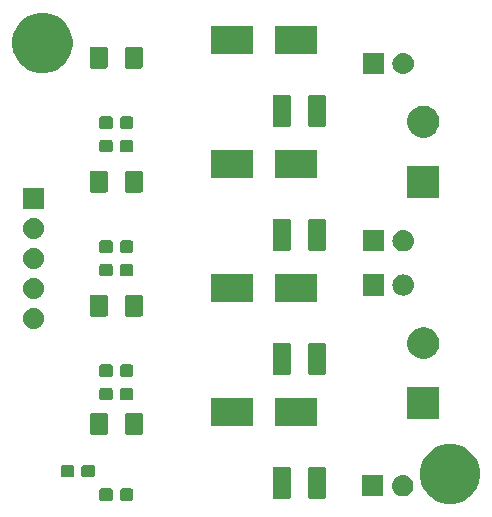
<source format=gbr>
G04 #@! TF.GenerationSoftware,KiCad,Pcbnew,(5.0.2)-1*
G04 #@! TF.CreationDate,2019-03-31T11:50:41+03:00*
G04 #@! TF.ProjectId,pwm_led_controller,70776d5f-6c65-4645-9f63-6f6e74726f6c,rev?*
G04 #@! TF.SameCoordinates,Original*
G04 #@! TF.FileFunction,Soldermask,Bot*
G04 #@! TF.FilePolarity,Negative*
%FSLAX46Y46*%
G04 Gerber Fmt 4.6, Leading zero omitted, Abs format (unit mm)*
G04 Created by KiCad (PCBNEW (5.0.2)-1) date 31.03.2019 11:50:41*
%MOMM*%
%LPD*%
G01*
G04 APERTURE LIST*
%ADD10C,0.100000*%
G04 APERTURE END LIST*
D10*
G36*
X137493807Y-87797995D02*
X137493809Y-87797996D01*
X137493810Y-87797996D01*
X137957878Y-87990220D01*
X138375530Y-88269286D01*
X138730714Y-88624470D01*
X138730715Y-88624472D01*
X139009780Y-89042122D01*
X139189085Y-89475000D01*
X139202005Y-89506193D01*
X139300000Y-89998847D01*
X139300000Y-90501153D01*
X139219885Y-90903919D01*
X139202004Y-90993810D01*
X139168966Y-91073571D01*
X139009780Y-91457878D01*
X138730714Y-91875530D01*
X138375530Y-92230714D01*
X138131701Y-92393635D01*
X137957878Y-92509780D01*
X137493810Y-92702004D01*
X137493809Y-92702004D01*
X137493807Y-92702005D01*
X137001153Y-92800000D01*
X136498847Y-92800000D01*
X136006193Y-92702005D01*
X136006191Y-92702004D01*
X136006190Y-92702004D01*
X135542122Y-92509780D01*
X135368299Y-92393635D01*
X135124470Y-92230714D01*
X134769286Y-91875530D01*
X134490220Y-91457878D01*
X134331034Y-91073571D01*
X134297996Y-90993810D01*
X134280116Y-90903919D01*
X134200000Y-90501153D01*
X134200000Y-89998847D01*
X134297995Y-89506193D01*
X134310916Y-89475000D01*
X134490220Y-89042122D01*
X134769285Y-88624472D01*
X134769286Y-88624470D01*
X135124470Y-88269286D01*
X135542122Y-87990220D01*
X136006190Y-87797996D01*
X136006191Y-87797996D01*
X136006193Y-87797995D01*
X136498847Y-87700000D01*
X137001153Y-87700000D01*
X137493807Y-87797995D01*
X137493807Y-87797995D01*
G37*
G36*
X109778861Y-91479557D02*
X109818635Y-91491623D01*
X109855292Y-91511216D01*
X109887418Y-91537582D01*
X109913784Y-91569708D01*
X109933377Y-91606365D01*
X109945443Y-91646139D01*
X109950000Y-91692408D01*
X109950000Y-92307592D01*
X109945443Y-92353861D01*
X109933377Y-92393635D01*
X109913784Y-92430292D01*
X109887418Y-92462418D01*
X109855292Y-92488784D01*
X109818635Y-92508377D01*
X109778861Y-92520443D01*
X109732592Y-92525000D01*
X109017408Y-92525000D01*
X108971139Y-92520443D01*
X108931365Y-92508377D01*
X108894708Y-92488784D01*
X108862582Y-92462418D01*
X108836216Y-92430292D01*
X108816623Y-92393635D01*
X108804557Y-92353861D01*
X108800000Y-92307592D01*
X108800000Y-91692408D01*
X108804557Y-91646139D01*
X108816623Y-91606365D01*
X108836216Y-91569708D01*
X108862582Y-91537582D01*
X108894708Y-91511216D01*
X108931365Y-91491623D01*
X108971139Y-91479557D01*
X109017408Y-91475000D01*
X109732592Y-91475000D01*
X109778861Y-91479557D01*
X109778861Y-91479557D01*
G37*
G36*
X108028861Y-91479557D02*
X108068635Y-91491623D01*
X108105292Y-91511216D01*
X108137418Y-91537582D01*
X108163784Y-91569708D01*
X108183377Y-91606365D01*
X108195443Y-91646139D01*
X108200000Y-91692408D01*
X108200000Y-92307592D01*
X108195443Y-92353861D01*
X108183377Y-92393635D01*
X108163784Y-92430292D01*
X108137418Y-92462418D01*
X108105292Y-92488784D01*
X108068635Y-92508377D01*
X108028861Y-92520443D01*
X107982592Y-92525000D01*
X107267408Y-92525000D01*
X107221139Y-92520443D01*
X107181365Y-92508377D01*
X107144708Y-92488784D01*
X107112582Y-92462418D01*
X107086216Y-92430292D01*
X107066623Y-92393635D01*
X107054557Y-92353861D01*
X107050000Y-92307592D01*
X107050000Y-91692408D01*
X107054557Y-91646139D01*
X107066623Y-91606365D01*
X107086216Y-91569708D01*
X107112582Y-91537582D01*
X107144708Y-91511216D01*
X107181365Y-91491623D01*
X107221139Y-91479557D01*
X107267408Y-91475000D01*
X107982592Y-91475000D01*
X108028861Y-91479557D01*
X108028861Y-91479557D01*
G37*
G36*
X123111805Y-89629368D02*
X123149723Y-89640870D01*
X123184678Y-89659554D01*
X123215308Y-89684692D01*
X123240446Y-89715322D01*
X123259130Y-89750277D01*
X123270632Y-89788195D01*
X123275000Y-89832540D01*
X123275000Y-92167460D01*
X123270632Y-92211805D01*
X123259130Y-92249723D01*
X123240446Y-92284678D01*
X123215308Y-92315308D01*
X123184678Y-92340446D01*
X123149723Y-92359130D01*
X123111805Y-92370632D01*
X123067460Y-92375000D01*
X121957540Y-92375000D01*
X121913195Y-92370632D01*
X121875277Y-92359130D01*
X121840322Y-92340446D01*
X121809692Y-92315308D01*
X121784554Y-92284678D01*
X121765870Y-92249723D01*
X121754368Y-92211805D01*
X121750000Y-92167460D01*
X121750000Y-89832540D01*
X121754368Y-89788195D01*
X121765870Y-89750277D01*
X121784554Y-89715322D01*
X121809692Y-89684692D01*
X121840322Y-89659554D01*
X121875277Y-89640870D01*
X121913195Y-89629368D01*
X121957540Y-89625000D01*
X123067460Y-89625000D01*
X123111805Y-89629368D01*
X123111805Y-89629368D01*
G37*
G36*
X126086805Y-89629368D02*
X126124723Y-89640870D01*
X126159678Y-89659554D01*
X126190308Y-89684692D01*
X126215446Y-89715322D01*
X126234130Y-89750277D01*
X126245632Y-89788195D01*
X126250000Y-89832540D01*
X126250000Y-92167460D01*
X126245632Y-92211805D01*
X126234130Y-92249723D01*
X126215446Y-92284678D01*
X126190308Y-92315308D01*
X126159678Y-92340446D01*
X126124723Y-92359130D01*
X126086805Y-92370632D01*
X126042460Y-92375000D01*
X124932540Y-92375000D01*
X124888195Y-92370632D01*
X124850277Y-92359130D01*
X124815322Y-92340446D01*
X124784692Y-92315308D01*
X124759554Y-92284678D01*
X124740870Y-92249723D01*
X124729368Y-92211805D01*
X124725000Y-92167460D01*
X124725000Y-89832540D01*
X124729368Y-89788195D01*
X124740870Y-89750277D01*
X124759554Y-89715322D01*
X124784692Y-89684692D01*
X124815322Y-89659554D01*
X124850277Y-89640870D01*
X124888195Y-89629368D01*
X124932540Y-89625000D01*
X126042460Y-89625000D01*
X126086805Y-89629368D01*
X126086805Y-89629368D01*
G37*
G36*
X131110000Y-92150000D02*
X129310000Y-92150000D01*
X129310000Y-90350000D01*
X131110000Y-90350000D01*
X131110000Y-92150000D01*
X131110000Y-92150000D01*
G37*
G36*
X132926429Y-90363022D02*
X133096081Y-90414486D01*
X133252434Y-90498058D01*
X133389475Y-90610525D01*
X133501942Y-90747566D01*
X133585514Y-90903919D01*
X133636978Y-91073571D01*
X133654355Y-91250000D01*
X133636978Y-91426429D01*
X133585514Y-91596081D01*
X133501942Y-91752434D01*
X133389475Y-91889475D01*
X133252434Y-92001942D01*
X133096081Y-92085514D01*
X132926429Y-92136978D01*
X132794212Y-92150000D01*
X132705788Y-92150000D01*
X132573571Y-92136978D01*
X132403919Y-92085514D01*
X132247566Y-92001942D01*
X132110525Y-91889475D01*
X131998058Y-91752434D01*
X131914486Y-91596081D01*
X131863022Y-91426429D01*
X131845645Y-91250000D01*
X131863022Y-91073571D01*
X131914486Y-90903919D01*
X131998058Y-90747566D01*
X132110525Y-90610525D01*
X132247566Y-90498058D01*
X132403919Y-90414486D01*
X132573571Y-90363022D01*
X132705788Y-90350000D01*
X132794212Y-90350000D01*
X132926429Y-90363022D01*
X132926429Y-90363022D01*
G37*
G36*
X106528861Y-89479557D02*
X106568635Y-89491623D01*
X106605292Y-89511216D01*
X106637418Y-89537582D01*
X106663784Y-89569708D01*
X106683377Y-89606365D01*
X106695443Y-89646139D01*
X106700000Y-89692408D01*
X106700000Y-90307592D01*
X106695443Y-90353861D01*
X106683377Y-90393635D01*
X106663784Y-90430292D01*
X106637418Y-90462418D01*
X106605292Y-90488784D01*
X106568635Y-90508377D01*
X106528861Y-90520443D01*
X106482592Y-90525000D01*
X105767408Y-90525000D01*
X105721139Y-90520443D01*
X105681365Y-90508377D01*
X105644708Y-90488784D01*
X105612582Y-90462418D01*
X105586216Y-90430292D01*
X105566623Y-90393635D01*
X105554557Y-90353861D01*
X105550000Y-90307592D01*
X105550000Y-89692408D01*
X105554557Y-89646139D01*
X105566623Y-89606365D01*
X105586216Y-89569708D01*
X105612582Y-89537582D01*
X105644708Y-89511216D01*
X105681365Y-89491623D01*
X105721139Y-89479557D01*
X105767408Y-89475000D01*
X106482592Y-89475000D01*
X106528861Y-89479557D01*
X106528861Y-89479557D01*
G37*
G36*
X104778861Y-89479557D02*
X104818635Y-89491623D01*
X104855292Y-89511216D01*
X104887418Y-89537582D01*
X104913784Y-89569708D01*
X104933377Y-89606365D01*
X104945443Y-89646139D01*
X104950000Y-89692408D01*
X104950000Y-90307592D01*
X104945443Y-90353861D01*
X104933377Y-90393635D01*
X104913784Y-90430292D01*
X104887418Y-90462418D01*
X104855292Y-90488784D01*
X104818635Y-90508377D01*
X104778861Y-90520443D01*
X104732592Y-90525000D01*
X104017408Y-90525000D01*
X103971139Y-90520443D01*
X103931365Y-90508377D01*
X103894708Y-90488784D01*
X103862582Y-90462418D01*
X103836216Y-90430292D01*
X103816623Y-90393635D01*
X103804557Y-90353861D01*
X103800000Y-90307592D01*
X103800000Y-89692408D01*
X103804557Y-89646139D01*
X103816623Y-89606365D01*
X103836216Y-89569708D01*
X103862582Y-89537582D01*
X103894708Y-89511216D01*
X103931365Y-89491623D01*
X103971139Y-89479557D01*
X104017408Y-89475000D01*
X104732592Y-89475000D01*
X104778861Y-89479557D01*
X104778861Y-89479557D01*
G37*
G36*
X110586805Y-85079368D02*
X110624723Y-85090870D01*
X110659678Y-85109554D01*
X110690308Y-85134692D01*
X110715446Y-85165322D01*
X110734130Y-85200277D01*
X110745632Y-85238195D01*
X110750000Y-85282540D01*
X110750000Y-86717460D01*
X110745632Y-86761805D01*
X110734130Y-86799723D01*
X110715446Y-86834678D01*
X110690308Y-86865308D01*
X110659678Y-86890446D01*
X110624723Y-86909130D01*
X110586805Y-86920632D01*
X110542460Y-86925000D01*
X109432540Y-86925000D01*
X109388195Y-86920632D01*
X109350277Y-86909130D01*
X109315322Y-86890446D01*
X109284692Y-86865308D01*
X109259554Y-86834678D01*
X109240870Y-86799723D01*
X109229368Y-86761805D01*
X109225000Y-86717460D01*
X109225000Y-85282540D01*
X109229368Y-85238195D01*
X109240870Y-85200277D01*
X109259554Y-85165322D01*
X109284692Y-85134692D01*
X109315322Y-85109554D01*
X109350277Y-85090870D01*
X109388195Y-85079368D01*
X109432540Y-85075000D01*
X110542460Y-85075000D01*
X110586805Y-85079368D01*
X110586805Y-85079368D01*
G37*
G36*
X107611805Y-85079368D02*
X107649723Y-85090870D01*
X107684678Y-85109554D01*
X107715308Y-85134692D01*
X107740446Y-85165322D01*
X107759130Y-85200277D01*
X107770632Y-85238195D01*
X107775000Y-85282540D01*
X107775000Y-86717460D01*
X107770632Y-86761805D01*
X107759130Y-86799723D01*
X107740446Y-86834678D01*
X107715308Y-86865308D01*
X107684678Y-86890446D01*
X107649723Y-86909130D01*
X107611805Y-86920632D01*
X107567460Y-86925000D01*
X106457540Y-86925000D01*
X106413195Y-86920632D01*
X106375277Y-86909130D01*
X106340322Y-86890446D01*
X106309692Y-86865308D01*
X106284554Y-86834678D01*
X106265870Y-86799723D01*
X106254368Y-86761805D01*
X106250000Y-86717460D01*
X106250000Y-85282540D01*
X106254368Y-85238195D01*
X106265870Y-85200277D01*
X106284554Y-85165322D01*
X106309692Y-85134692D01*
X106340322Y-85109554D01*
X106375277Y-85090870D01*
X106413195Y-85079368D01*
X106457540Y-85075000D01*
X107567460Y-85075000D01*
X107611805Y-85079368D01*
X107611805Y-85079368D01*
G37*
G36*
X125500000Y-86200000D02*
X121900000Y-86200000D01*
X121900000Y-83800000D01*
X125500000Y-83800000D01*
X125500000Y-86200000D01*
X125500000Y-86200000D01*
G37*
G36*
X120100000Y-86200000D02*
X116500000Y-86200000D01*
X116500000Y-83800000D01*
X120100000Y-83800000D01*
X120100000Y-86200000D01*
X120100000Y-86200000D01*
G37*
G36*
X135850000Y-85600000D02*
X133150000Y-85600000D01*
X133150000Y-82900000D01*
X135850000Y-82900000D01*
X135850000Y-85600000D01*
X135850000Y-85600000D01*
G37*
G36*
X108028861Y-82979557D02*
X108068635Y-82991623D01*
X108105292Y-83011216D01*
X108137418Y-83037582D01*
X108163784Y-83069708D01*
X108183377Y-83106365D01*
X108195443Y-83146139D01*
X108200000Y-83192408D01*
X108200000Y-83807592D01*
X108195443Y-83853861D01*
X108183377Y-83893635D01*
X108163784Y-83930292D01*
X108137418Y-83962418D01*
X108105292Y-83988784D01*
X108068635Y-84008377D01*
X108028861Y-84020443D01*
X107982592Y-84025000D01*
X107267408Y-84025000D01*
X107221139Y-84020443D01*
X107181365Y-84008377D01*
X107144708Y-83988784D01*
X107112582Y-83962418D01*
X107086216Y-83930292D01*
X107066623Y-83893635D01*
X107054557Y-83853861D01*
X107050000Y-83807592D01*
X107050000Y-83192408D01*
X107054557Y-83146139D01*
X107066623Y-83106365D01*
X107086216Y-83069708D01*
X107112582Y-83037582D01*
X107144708Y-83011216D01*
X107181365Y-82991623D01*
X107221139Y-82979557D01*
X107267408Y-82975000D01*
X107982592Y-82975000D01*
X108028861Y-82979557D01*
X108028861Y-82979557D01*
G37*
G36*
X109778861Y-82979557D02*
X109818635Y-82991623D01*
X109855292Y-83011216D01*
X109887418Y-83037582D01*
X109913784Y-83069708D01*
X109933377Y-83106365D01*
X109945443Y-83146139D01*
X109950000Y-83192408D01*
X109950000Y-83807592D01*
X109945443Y-83853861D01*
X109933377Y-83893635D01*
X109913784Y-83930292D01*
X109887418Y-83962418D01*
X109855292Y-83988784D01*
X109818635Y-84008377D01*
X109778861Y-84020443D01*
X109732592Y-84025000D01*
X109017408Y-84025000D01*
X108971139Y-84020443D01*
X108931365Y-84008377D01*
X108894708Y-83988784D01*
X108862582Y-83962418D01*
X108836216Y-83930292D01*
X108816623Y-83893635D01*
X108804557Y-83853861D01*
X108800000Y-83807592D01*
X108800000Y-83192408D01*
X108804557Y-83146139D01*
X108816623Y-83106365D01*
X108836216Y-83069708D01*
X108862582Y-83037582D01*
X108894708Y-83011216D01*
X108931365Y-82991623D01*
X108971139Y-82979557D01*
X109017408Y-82975000D01*
X109732592Y-82975000D01*
X109778861Y-82979557D01*
X109778861Y-82979557D01*
G37*
G36*
X109778861Y-80979557D02*
X109818635Y-80991623D01*
X109855292Y-81011216D01*
X109887418Y-81037582D01*
X109913784Y-81069708D01*
X109933377Y-81106365D01*
X109945443Y-81146139D01*
X109950000Y-81192408D01*
X109950000Y-81807592D01*
X109945443Y-81853861D01*
X109933377Y-81893635D01*
X109913784Y-81930292D01*
X109887418Y-81962418D01*
X109855292Y-81988784D01*
X109818635Y-82008377D01*
X109778861Y-82020443D01*
X109732592Y-82025000D01*
X109017408Y-82025000D01*
X108971139Y-82020443D01*
X108931365Y-82008377D01*
X108894708Y-81988784D01*
X108862582Y-81962418D01*
X108836216Y-81930292D01*
X108816623Y-81893635D01*
X108804557Y-81853861D01*
X108800000Y-81807592D01*
X108800000Y-81192408D01*
X108804557Y-81146139D01*
X108816623Y-81106365D01*
X108836216Y-81069708D01*
X108862582Y-81037582D01*
X108894708Y-81011216D01*
X108931365Y-80991623D01*
X108971139Y-80979557D01*
X109017408Y-80975000D01*
X109732592Y-80975000D01*
X109778861Y-80979557D01*
X109778861Y-80979557D01*
G37*
G36*
X108028861Y-80979557D02*
X108068635Y-80991623D01*
X108105292Y-81011216D01*
X108137418Y-81037582D01*
X108163784Y-81069708D01*
X108183377Y-81106365D01*
X108195443Y-81146139D01*
X108200000Y-81192408D01*
X108200000Y-81807592D01*
X108195443Y-81853861D01*
X108183377Y-81893635D01*
X108163784Y-81930292D01*
X108137418Y-81962418D01*
X108105292Y-81988784D01*
X108068635Y-82008377D01*
X108028861Y-82020443D01*
X107982592Y-82025000D01*
X107267408Y-82025000D01*
X107221139Y-82020443D01*
X107181365Y-82008377D01*
X107144708Y-81988784D01*
X107112582Y-81962418D01*
X107086216Y-81930292D01*
X107066623Y-81893635D01*
X107054557Y-81853861D01*
X107050000Y-81807592D01*
X107050000Y-81192408D01*
X107054557Y-81146139D01*
X107066623Y-81106365D01*
X107086216Y-81069708D01*
X107112582Y-81037582D01*
X107144708Y-81011216D01*
X107181365Y-80991623D01*
X107221139Y-80979557D01*
X107267408Y-80975000D01*
X107982592Y-80975000D01*
X108028861Y-80979557D01*
X108028861Y-80979557D01*
G37*
G36*
X126086805Y-79129368D02*
X126124723Y-79140870D01*
X126159678Y-79159554D01*
X126190308Y-79184692D01*
X126215446Y-79215322D01*
X126234130Y-79250277D01*
X126245632Y-79288195D01*
X126250000Y-79332540D01*
X126250000Y-81667460D01*
X126245632Y-81711805D01*
X126234130Y-81749723D01*
X126215446Y-81784678D01*
X126190308Y-81815308D01*
X126159678Y-81840446D01*
X126124723Y-81859130D01*
X126086805Y-81870632D01*
X126042460Y-81875000D01*
X124932540Y-81875000D01*
X124888195Y-81870632D01*
X124850277Y-81859130D01*
X124815322Y-81840446D01*
X124784692Y-81815308D01*
X124759554Y-81784678D01*
X124740870Y-81749723D01*
X124729368Y-81711805D01*
X124725000Y-81667460D01*
X124725000Y-79332540D01*
X124729368Y-79288195D01*
X124740870Y-79250277D01*
X124759554Y-79215322D01*
X124784692Y-79184692D01*
X124815322Y-79159554D01*
X124850277Y-79140870D01*
X124888195Y-79129368D01*
X124932540Y-79125000D01*
X126042460Y-79125000D01*
X126086805Y-79129368D01*
X126086805Y-79129368D01*
G37*
G36*
X123111805Y-79129368D02*
X123149723Y-79140870D01*
X123184678Y-79159554D01*
X123215308Y-79184692D01*
X123240446Y-79215322D01*
X123259130Y-79250277D01*
X123270632Y-79288195D01*
X123275000Y-79332540D01*
X123275000Y-81667460D01*
X123270632Y-81711805D01*
X123259130Y-81749723D01*
X123240446Y-81784678D01*
X123215308Y-81815308D01*
X123184678Y-81840446D01*
X123149723Y-81859130D01*
X123111805Y-81870632D01*
X123067460Y-81875000D01*
X121957540Y-81875000D01*
X121913195Y-81870632D01*
X121875277Y-81859130D01*
X121840322Y-81840446D01*
X121809692Y-81815308D01*
X121784554Y-81784678D01*
X121765870Y-81749723D01*
X121754368Y-81711805D01*
X121750000Y-81667460D01*
X121750000Y-79332540D01*
X121754368Y-79288195D01*
X121765870Y-79250277D01*
X121784554Y-79215322D01*
X121809692Y-79184692D01*
X121840322Y-79159554D01*
X121875277Y-79140870D01*
X121913195Y-79129368D01*
X121957540Y-79125000D01*
X123067460Y-79125000D01*
X123111805Y-79129368D01*
X123111805Y-79129368D01*
G37*
G36*
X134893778Y-77871879D02*
X135139465Y-77973646D01*
X135360573Y-78121385D01*
X135548615Y-78309427D01*
X135696354Y-78530535D01*
X135798121Y-78776222D01*
X135850000Y-79037034D01*
X135850000Y-79302966D01*
X135798121Y-79563778D01*
X135696354Y-79809465D01*
X135548615Y-80030573D01*
X135360573Y-80218615D01*
X135139465Y-80366354D01*
X134893778Y-80468121D01*
X134632966Y-80520000D01*
X134367034Y-80520000D01*
X134106222Y-80468121D01*
X133860535Y-80366354D01*
X133639427Y-80218615D01*
X133451385Y-80030573D01*
X133303646Y-79809465D01*
X133201879Y-79563778D01*
X133150000Y-79302966D01*
X133150000Y-79037034D01*
X133201879Y-78776222D01*
X133303646Y-78530535D01*
X133451385Y-78309427D01*
X133639427Y-78121385D01*
X133860535Y-77973646D01*
X134106222Y-77871879D01*
X134367034Y-77820000D01*
X134632966Y-77820000D01*
X134893778Y-77871879D01*
X134893778Y-77871879D01*
G37*
G36*
X101676429Y-76193022D02*
X101846081Y-76244486D01*
X102002434Y-76328058D01*
X102139475Y-76440525D01*
X102251942Y-76577566D01*
X102335514Y-76733919D01*
X102386978Y-76903571D01*
X102404355Y-77080000D01*
X102386978Y-77256429D01*
X102335514Y-77426081D01*
X102251942Y-77582434D01*
X102139475Y-77719475D01*
X102002434Y-77831942D01*
X101846081Y-77915514D01*
X101676429Y-77966978D01*
X101544212Y-77980000D01*
X101455788Y-77980000D01*
X101323571Y-77966978D01*
X101153919Y-77915514D01*
X100997566Y-77831942D01*
X100860525Y-77719475D01*
X100748058Y-77582434D01*
X100664486Y-77426081D01*
X100613022Y-77256429D01*
X100595645Y-77080000D01*
X100613022Y-76903571D01*
X100664486Y-76733919D01*
X100748058Y-76577566D01*
X100860525Y-76440525D01*
X100997566Y-76328058D01*
X101153919Y-76244486D01*
X101323571Y-76193022D01*
X101455788Y-76180000D01*
X101544212Y-76180000D01*
X101676429Y-76193022D01*
X101676429Y-76193022D01*
G37*
G36*
X110586805Y-75079368D02*
X110624723Y-75090870D01*
X110659678Y-75109554D01*
X110690308Y-75134692D01*
X110715446Y-75165322D01*
X110734130Y-75200277D01*
X110745632Y-75238195D01*
X110750000Y-75282540D01*
X110750000Y-76717460D01*
X110745632Y-76761805D01*
X110734130Y-76799723D01*
X110715446Y-76834678D01*
X110690308Y-76865308D01*
X110659678Y-76890446D01*
X110624723Y-76909130D01*
X110586805Y-76920632D01*
X110542460Y-76925000D01*
X109432540Y-76925000D01*
X109388195Y-76920632D01*
X109350277Y-76909130D01*
X109315322Y-76890446D01*
X109284692Y-76865308D01*
X109259554Y-76834678D01*
X109240870Y-76799723D01*
X109229368Y-76761805D01*
X109225000Y-76717460D01*
X109225000Y-75282540D01*
X109229368Y-75238195D01*
X109240870Y-75200277D01*
X109259554Y-75165322D01*
X109284692Y-75134692D01*
X109315322Y-75109554D01*
X109350277Y-75090870D01*
X109388195Y-75079368D01*
X109432540Y-75075000D01*
X110542460Y-75075000D01*
X110586805Y-75079368D01*
X110586805Y-75079368D01*
G37*
G36*
X107611805Y-75079368D02*
X107649723Y-75090870D01*
X107684678Y-75109554D01*
X107715308Y-75134692D01*
X107740446Y-75165322D01*
X107759130Y-75200277D01*
X107770632Y-75238195D01*
X107775000Y-75282540D01*
X107775000Y-76717460D01*
X107770632Y-76761805D01*
X107759130Y-76799723D01*
X107740446Y-76834678D01*
X107715308Y-76865308D01*
X107684678Y-76890446D01*
X107649723Y-76909130D01*
X107611805Y-76920632D01*
X107567460Y-76925000D01*
X106457540Y-76925000D01*
X106413195Y-76920632D01*
X106375277Y-76909130D01*
X106340322Y-76890446D01*
X106309692Y-76865308D01*
X106284554Y-76834678D01*
X106265870Y-76799723D01*
X106254368Y-76761805D01*
X106250000Y-76717460D01*
X106250000Y-75282540D01*
X106254368Y-75238195D01*
X106265870Y-75200277D01*
X106284554Y-75165322D01*
X106309692Y-75134692D01*
X106340322Y-75109554D01*
X106375277Y-75090870D01*
X106413195Y-75079368D01*
X106457540Y-75075000D01*
X107567460Y-75075000D01*
X107611805Y-75079368D01*
X107611805Y-75079368D01*
G37*
G36*
X125500000Y-75700000D02*
X121900000Y-75700000D01*
X121900000Y-73300000D01*
X125500000Y-73300000D01*
X125500000Y-75700000D01*
X125500000Y-75700000D01*
G37*
G36*
X120100000Y-75700000D02*
X116500000Y-75700000D01*
X116500000Y-73300000D01*
X120100000Y-73300000D01*
X120100000Y-75700000D01*
X120100000Y-75700000D01*
G37*
G36*
X101676429Y-73653022D02*
X101846081Y-73704486D01*
X102002434Y-73788058D01*
X102139475Y-73900525D01*
X102251942Y-74037566D01*
X102335514Y-74193919D01*
X102386978Y-74363571D01*
X102404355Y-74540000D01*
X102386978Y-74716429D01*
X102335514Y-74886081D01*
X102251942Y-75042434D01*
X102139475Y-75179475D01*
X102002434Y-75291942D01*
X101846081Y-75375514D01*
X101676429Y-75426978D01*
X101544212Y-75440000D01*
X101455788Y-75440000D01*
X101323571Y-75426978D01*
X101153919Y-75375514D01*
X100997566Y-75291942D01*
X100860525Y-75179475D01*
X100748058Y-75042434D01*
X100664486Y-74886081D01*
X100613022Y-74716429D01*
X100595645Y-74540000D01*
X100613022Y-74363571D01*
X100664486Y-74193919D01*
X100748058Y-74037566D01*
X100860525Y-73900525D01*
X100997566Y-73788058D01*
X101153919Y-73704486D01*
X101323571Y-73653022D01*
X101455788Y-73640000D01*
X101544212Y-73640000D01*
X101676429Y-73653022D01*
X101676429Y-73653022D01*
G37*
G36*
X132966429Y-73363022D02*
X133136081Y-73414486D01*
X133292434Y-73498058D01*
X133429475Y-73610525D01*
X133541942Y-73747566D01*
X133625514Y-73903919D01*
X133676978Y-74073571D01*
X133694355Y-74250000D01*
X133676978Y-74426429D01*
X133625514Y-74596081D01*
X133541942Y-74752434D01*
X133429475Y-74889475D01*
X133292434Y-75001942D01*
X133136081Y-75085514D01*
X132966429Y-75136978D01*
X132834212Y-75150000D01*
X132745788Y-75150000D01*
X132613571Y-75136978D01*
X132443919Y-75085514D01*
X132287566Y-75001942D01*
X132150525Y-74889475D01*
X132038058Y-74752434D01*
X131954486Y-74596081D01*
X131903022Y-74426429D01*
X131885645Y-74250000D01*
X131903022Y-74073571D01*
X131954486Y-73903919D01*
X132038058Y-73747566D01*
X132150525Y-73610525D01*
X132287566Y-73498058D01*
X132443919Y-73414486D01*
X132613571Y-73363022D01*
X132745788Y-73350000D01*
X132834212Y-73350000D01*
X132966429Y-73363022D01*
X132966429Y-73363022D01*
G37*
G36*
X131150000Y-75150000D02*
X129350000Y-75150000D01*
X129350000Y-73350000D01*
X131150000Y-73350000D01*
X131150000Y-75150000D01*
X131150000Y-75150000D01*
G37*
G36*
X109778861Y-72479557D02*
X109818635Y-72491623D01*
X109855292Y-72511216D01*
X109887418Y-72537582D01*
X109913784Y-72569708D01*
X109933377Y-72606365D01*
X109945443Y-72646139D01*
X109950000Y-72692408D01*
X109950000Y-73307592D01*
X109945443Y-73353861D01*
X109933377Y-73393635D01*
X109913784Y-73430292D01*
X109887418Y-73462418D01*
X109855292Y-73488784D01*
X109818635Y-73508377D01*
X109778861Y-73520443D01*
X109732592Y-73525000D01*
X109017408Y-73525000D01*
X108971139Y-73520443D01*
X108931365Y-73508377D01*
X108894708Y-73488784D01*
X108862582Y-73462418D01*
X108836216Y-73430292D01*
X108816623Y-73393635D01*
X108804557Y-73353861D01*
X108800000Y-73307592D01*
X108800000Y-72692408D01*
X108804557Y-72646139D01*
X108816623Y-72606365D01*
X108836216Y-72569708D01*
X108862582Y-72537582D01*
X108894708Y-72511216D01*
X108931365Y-72491623D01*
X108971139Y-72479557D01*
X109017408Y-72475000D01*
X109732592Y-72475000D01*
X109778861Y-72479557D01*
X109778861Y-72479557D01*
G37*
G36*
X108028861Y-72479557D02*
X108068635Y-72491623D01*
X108105292Y-72511216D01*
X108137418Y-72537582D01*
X108163784Y-72569708D01*
X108183377Y-72606365D01*
X108195443Y-72646139D01*
X108200000Y-72692408D01*
X108200000Y-73307592D01*
X108195443Y-73353861D01*
X108183377Y-73393635D01*
X108163784Y-73430292D01*
X108137418Y-73462418D01*
X108105292Y-73488784D01*
X108068635Y-73508377D01*
X108028861Y-73520443D01*
X107982592Y-73525000D01*
X107267408Y-73525000D01*
X107221139Y-73520443D01*
X107181365Y-73508377D01*
X107144708Y-73488784D01*
X107112582Y-73462418D01*
X107086216Y-73430292D01*
X107066623Y-73393635D01*
X107054557Y-73353861D01*
X107050000Y-73307592D01*
X107050000Y-72692408D01*
X107054557Y-72646139D01*
X107066623Y-72606365D01*
X107086216Y-72569708D01*
X107112582Y-72537582D01*
X107144708Y-72511216D01*
X107181365Y-72491623D01*
X107221139Y-72479557D01*
X107267408Y-72475000D01*
X107982592Y-72475000D01*
X108028861Y-72479557D01*
X108028861Y-72479557D01*
G37*
G36*
X101676429Y-71113022D02*
X101846081Y-71164486D01*
X102002434Y-71248058D01*
X102139475Y-71360525D01*
X102251942Y-71497566D01*
X102335514Y-71653919D01*
X102386978Y-71823571D01*
X102404355Y-72000000D01*
X102386978Y-72176429D01*
X102335514Y-72346081D01*
X102251942Y-72502434D01*
X102139475Y-72639475D01*
X102002434Y-72751942D01*
X101846081Y-72835514D01*
X101676429Y-72886978D01*
X101544212Y-72900000D01*
X101455788Y-72900000D01*
X101323571Y-72886978D01*
X101153919Y-72835514D01*
X100997566Y-72751942D01*
X100860525Y-72639475D01*
X100748058Y-72502434D01*
X100664486Y-72346081D01*
X100613022Y-72176429D01*
X100595645Y-72000000D01*
X100613022Y-71823571D01*
X100664486Y-71653919D01*
X100748058Y-71497566D01*
X100860525Y-71360525D01*
X100997566Y-71248058D01*
X101153919Y-71164486D01*
X101323571Y-71113022D01*
X101455788Y-71100000D01*
X101544212Y-71100000D01*
X101676429Y-71113022D01*
X101676429Y-71113022D01*
G37*
G36*
X109778861Y-70479557D02*
X109818635Y-70491623D01*
X109855292Y-70511216D01*
X109887418Y-70537582D01*
X109913784Y-70569708D01*
X109933377Y-70606365D01*
X109945443Y-70646139D01*
X109950000Y-70692408D01*
X109950000Y-71307592D01*
X109945443Y-71353861D01*
X109933377Y-71393635D01*
X109913784Y-71430292D01*
X109887418Y-71462418D01*
X109855292Y-71488784D01*
X109818635Y-71508377D01*
X109778861Y-71520443D01*
X109732592Y-71525000D01*
X109017408Y-71525000D01*
X108971139Y-71520443D01*
X108931365Y-71508377D01*
X108894708Y-71488784D01*
X108862582Y-71462418D01*
X108836216Y-71430292D01*
X108816623Y-71393635D01*
X108804557Y-71353861D01*
X108800000Y-71307592D01*
X108800000Y-70692408D01*
X108804557Y-70646139D01*
X108816623Y-70606365D01*
X108836216Y-70569708D01*
X108862582Y-70537582D01*
X108894708Y-70511216D01*
X108931365Y-70491623D01*
X108971139Y-70479557D01*
X109017408Y-70475000D01*
X109732592Y-70475000D01*
X109778861Y-70479557D01*
X109778861Y-70479557D01*
G37*
G36*
X108028861Y-70479557D02*
X108068635Y-70491623D01*
X108105292Y-70511216D01*
X108137418Y-70537582D01*
X108163784Y-70569708D01*
X108183377Y-70606365D01*
X108195443Y-70646139D01*
X108200000Y-70692408D01*
X108200000Y-71307592D01*
X108195443Y-71353861D01*
X108183377Y-71393635D01*
X108163784Y-71430292D01*
X108137418Y-71462418D01*
X108105292Y-71488784D01*
X108068635Y-71508377D01*
X108028861Y-71520443D01*
X107982592Y-71525000D01*
X107267408Y-71525000D01*
X107221139Y-71520443D01*
X107181365Y-71508377D01*
X107144708Y-71488784D01*
X107112582Y-71462418D01*
X107086216Y-71430292D01*
X107066623Y-71393635D01*
X107054557Y-71353861D01*
X107050000Y-71307592D01*
X107050000Y-70692408D01*
X107054557Y-70646139D01*
X107066623Y-70606365D01*
X107086216Y-70569708D01*
X107112582Y-70537582D01*
X107144708Y-70511216D01*
X107181365Y-70491623D01*
X107221139Y-70479557D01*
X107267408Y-70475000D01*
X107982592Y-70475000D01*
X108028861Y-70479557D01*
X108028861Y-70479557D01*
G37*
G36*
X131150000Y-71400000D02*
X129350000Y-71400000D01*
X129350000Y-69600000D01*
X131150000Y-69600000D01*
X131150000Y-71400000D01*
X131150000Y-71400000D01*
G37*
G36*
X132966429Y-69613022D02*
X133136081Y-69664486D01*
X133292434Y-69748058D01*
X133429475Y-69860525D01*
X133541942Y-69997566D01*
X133625514Y-70153919D01*
X133676978Y-70323571D01*
X133694355Y-70500000D01*
X133676978Y-70676429D01*
X133625514Y-70846081D01*
X133541942Y-71002434D01*
X133429475Y-71139475D01*
X133292434Y-71251942D01*
X133136081Y-71335514D01*
X132966429Y-71386978D01*
X132834212Y-71400000D01*
X132745788Y-71400000D01*
X132613571Y-71386978D01*
X132443919Y-71335514D01*
X132287566Y-71251942D01*
X132150525Y-71139475D01*
X132038058Y-71002434D01*
X131954486Y-70846081D01*
X131903022Y-70676429D01*
X131885645Y-70500000D01*
X131903022Y-70323571D01*
X131954486Y-70153919D01*
X132038058Y-69997566D01*
X132150525Y-69860525D01*
X132287566Y-69748058D01*
X132443919Y-69664486D01*
X132613571Y-69613022D01*
X132745788Y-69600000D01*
X132834212Y-69600000D01*
X132966429Y-69613022D01*
X132966429Y-69613022D01*
G37*
G36*
X123111805Y-68629368D02*
X123149723Y-68640870D01*
X123184678Y-68659554D01*
X123215308Y-68684692D01*
X123240446Y-68715322D01*
X123259130Y-68750277D01*
X123270632Y-68788195D01*
X123275000Y-68832540D01*
X123275000Y-71167460D01*
X123270632Y-71211805D01*
X123259130Y-71249723D01*
X123240446Y-71284678D01*
X123215308Y-71315308D01*
X123184678Y-71340446D01*
X123149723Y-71359130D01*
X123111805Y-71370632D01*
X123067460Y-71375000D01*
X121957540Y-71375000D01*
X121913195Y-71370632D01*
X121875277Y-71359130D01*
X121840322Y-71340446D01*
X121809692Y-71315308D01*
X121784554Y-71284678D01*
X121765870Y-71249723D01*
X121754368Y-71211805D01*
X121750000Y-71167460D01*
X121750000Y-68832540D01*
X121754368Y-68788195D01*
X121765870Y-68750277D01*
X121784554Y-68715322D01*
X121809692Y-68684692D01*
X121840322Y-68659554D01*
X121875277Y-68640870D01*
X121913195Y-68629368D01*
X121957540Y-68625000D01*
X123067460Y-68625000D01*
X123111805Y-68629368D01*
X123111805Y-68629368D01*
G37*
G36*
X126086805Y-68629368D02*
X126124723Y-68640870D01*
X126159678Y-68659554D01*
X126190308Y-68684692D01*
X126215446Y-68715322D01*
X126234130Y-68750277D01*
X126245632Y-68788195D01*
X126250000Y-68832540D01*
X126250000Y-71167460D01*
X126245632Y-71211805D01*
X126234130Y-71249723D01*
X126215446Y-71284678D01*
X126190308Y-71315308D01*
X126159678Y-71340446D01*
X126124723Y-71359130D01*
X126086805Y-71370632D01*
X126042460Y-71375000D01*
X124932540Y-71375000D01*
X124888195Y-71370632D01*
X124850277Y-71359130D01*
X124815322Y-71340446D01*
X124784692Y-71315308D01*
X124759554Y-71284678D01*
X124740870Y-71249723D01*
X124729368Y-71211805D01*
X124725000Y-71167460D01*
X124725000Y-68832540D01*
X124729368Y-68788195D01*
X124740870Y-68750277D01*
X124759554Y-68715322D01*
X124784692Y-68684692D01*
X124815322Y-68659554D01*
X124850277Y-68640870D01*
X124888195Y-68629368D01*
X124932540Y-68625000D01*
X126042460Y-68625000D01*
X126086805Y-68629368D01*
X126086805Y-68629368D01*
G37*
G36*
X101676429Y-68573022D02*
X101846081Y-68624486D01*
X102002434Y-68708058D01*
X102139475Y-68820525D01*
X102251942Y-68957566D01*
X102335514Y-69113919D01*
X102386978Y-69283571D01*
X102404355Y-69460000D01*
X102386978Y-69636429D01*
X102335514Y-69806081D01*
X102251942Y-69962434D01*
X102139475Y-70099475D01*
X102002434Y-70211942D01*
X101846081Y-70295514D01*
X101676429Y-70346978D01*
X101544212Y-70360000D01*
X101455788Y-70360000D01*
X101323571Y-70346978D01*
X101153919Y-70295514D01*
X100997566Y-70211942D01*
X100860525Y-70099475D01*
X100748058Y-69962434D01*
X100664486Y-69806081D01*
X100613022Y-69636429D01*
X100595645Y-69460000D01*
X100613022Y-69283571D01*
X100664486Y-69113919D01*
X100748058Y-68957566D01*
X100860525Y-68820525D01*
X100997566Y-68708058D01*
X101153919Y-68624486D01*
X101323571Y-68573022D01*
X101455788Y-68560000D01*
X101544212Y-68560000D01*
X101676429Y-68573022D01*
X101676429Y-68573022D01*
G37*
G36*
X102400000Y-67820000D02*
X100600000Y-67820000D01*
X100600000Y-66020000D01*
X102400000Y-66020000D01*
X102400000Y-67820000D01*
X102400000Y-67820000D01*
G37*
G36*
X135850000Y-66850000D02*
X133150000Y-66850000D01*
X133150000Y-64150000D01*
X135850000Y-64150000D01*
X135850000Y-66850000D01*
X135850000Y-66850000D01*
G37*
G36*
X110586805Y-64579368D02*
X110624723Y-64590870D01*
X110659678Y-64609554D01*
X110690308Y-64634692D01*
X110715446Y-64665322D01*
X110734130Y-64700277D01*
X110745632Y-64738195D01*
X110750000Y-64782540D01*
X110750000Y-66217460D01*
X110745632Y-66261805D01*
X110734130Y-66299723D01*
X110715446Y-66334678D01*
X110690308Y-66365308D01*
X110659678Y-66390446D01*
X110624723Y-66409130D01*
X110586805Y-66420632D01*
X110542460Y-66425000D01*
X109432540Y-66425000D01*
X109388195Y-66420632D01*
X109350277Y-66409130D01*
X109315322Y-66390446D01*
X109284692Y-66365308D01*
X109259554Y-66334678D01*
X109240870Y-66299723D01*
X109229368Y-66261805D01*
X109225000Y-66217460D01*
X109225000Y-64782540D01*
X109229368Y-64738195D01*
X109240870Y-64700277D01*
X109259554Y-64665322D01*
X109284692Y-64634692D01*
X109315322Y-64609554D01*
X109350277Y-64590870D01*
X109388195Y-64579368D01*
X109432540Y-64575000D01*
X110542460Y-64575000D01*
X110586805Y-64579368D01*
X110586805Y-64579368D01*
G37*
G36*
X107611805Y-64579368D02*
X107649723Y-64590870D01*
X107684678Y-64609554D01*
X107715308Y-64634692D01*
X107740446Y-64665322D01*
X107759130Y-64700277D01*
X107770632Y-64738195D01*
X107775000Y-64782540D01*
X107775000Y-66217460D01*
X107770632Y-66261805D01*
X107759130Y-66299723D01*
X107740446Y-66334678D01*
X107715308Y-66365308D01*
X107684678Y-66390446D01*
X107649723Y-66409130D01*
X107611805Y-66420632D01*
X107567460Y-66425000D01*
X106457540Y-66425000D01*
X106413195Y-66420632D01*
X106375277Y-66409130D01*
X106340322Y-66390446D01*
X106309692Y-66365308D01*
X106284554Y-66334678D01*
X106265870Y-66299723D01*
X106254368Y-66261805D01*
X106250000Y-66217460D01*
X106250000Y-64782540D01*
X106254368Y-64738195D01*
X106265870Y-64700277D01*
X106284554Y-64665322D01*
X106309692Y-64634692D01*
X106340322Y-64609554D01*
X106375277Y-64590870D01*
X106413195Y-64579368D01*
X106457540Y-64575000D01*
X107567460Y-64575000D01*
X107611805Y-64579368D01*
X107611805Y-64579368D01*
G37*
G36*
X120100000Y-65200000D02*
X116500000Y-65200000D01*
X116500000Y-62800000D01*
X120100000Y-62800000D01*
X120100000Y-65200000D01*
X120100000Y-65200000D01*
G37*
G36*
X125500000Y-65200000D02*
X121900000Y-65200000D01*
X121900000Y-62800000D01*
X125500000Y-62800000D01*
X125500000Y-65200000D01*
X125500000Y-65200000D01*
G37*
G36*
X108028861Y-61979557D02*
X108068635Y-61991623D01*
X108105292Y-62011216D01*
X108137418Y-62037582D01*
X108163784Y-62069708D01*
X108183377Y-62106365D01*
X108195443Y-62146139D01*
X108200000Y-62192408D01*
X108200000Y-62807592D01*
X108195443Y-62853861D01*
X108183377Y-62893635D01*
X108163784Y-62930292D01*
X108137418Y-62962418D01*
X108105292Y-62988784D01*
X108068635Y-63008377D01*
X108028861Y-63020443D01*
X107982592Y-63025000D01*
X107267408Y-63025000D01*
X107221139Y-63020443D01*
X107181365Y-63008377D01*
X107144708Y-62988784D01*
X107112582Y-62962418D01*
X107086216Y-62930292D01*
X107066623Y-62893635D01*
X107054557Y-62853861D01*
X107050000Y-62807592D01*
X107050000Y-62192408D01*
X107054557Y-62146139D01*
X107066623Y-62106365D01*
X107086216Y-62069708D01*
X107112582Y-62037582D01*
X107144708Y-62011216D01*
X107181365Y-61991623D01*
X107221139Y-61979557D01*
X107267408Y-61975000D01*
X107982592Y-61975000D01*
X108028861Y-61979557D01*
X108028861Y-61979557D01*
G37*
G36*
X109778861Y-61979557D02*
X109818635Y-61991623D01*
X109855292Y-62011216D01*
X109887418Y-62037582D01*
X109913784Y-62069708D01*
X109933377Y-62106365D01*
X109945443Y-62146139D01*
X109950000Y-62192408D01*
X109950000Y-62807592D01*
X109945443Y-62853861D01*
X109933377Y-62893635D01*
X109913784Y-62930292D01*
X109887418Y-62962418D01*
X109855292Y-62988784D01*
X109818635Y-63008377D01*
X109778861Y-63020443D01*
X109732592Y-63025000D01*
X109017408Y-63025000D01*
X108971139Y-63020443D01*
X108931365Y-63008377D01*
X108894708Y-62988784D01*
X108862582Y-62962418D01*
X108836216Y-62930292D01*
X108816623Y-62893635D01*
X108804557Y-62853861D01*
X108800000Y-62807592D01*
X108800000Y-62192408D01*
X108804557Y-62146139D01*
X108816623Y-62106365D01*
X108836216Y-62069708D01*
X108862582Y-62037582D01*
X108894708Y-62011216D01*
X108931365Y-61991623D01*
X108971139Y-61979557D01*
X109017408Y-61975000D01*
X109732592Y-61975000D01*
X109778861Y-61979557D01*
X109778861Y-61979557D01*
G37*
G36*
X134893778Y-59121879D02*
X135139465Y-59223646D01*
X135360573Y-59371385D01*
X135548615Y-59559427D01*
X135696354Y-59780535D01*
X135798121Y-60026222D01*
X135850000Y-60287034D01*
X135850000Y-60552966D01*
X135798121Y-60813778D01*
X135696354Y-61059465D01*
X135548615Y-61280573D01*
X135360573Y-61468615D01*
X135139465Y-61616354D01*
X134893778Y-61718121D01*
X134632966Y-61770000D01*
X134367034Y-61770000D01*
X134106222Y-61718121D01*
X133860535Y-61616354D01*
X133639427Y-61468615D01*
X133451385Y-61280573D01*
X133303646Y-61059465D01*
X133201879Y-60813778D01*
X133150000Y-60552966D01*
X133150000Y-60287034D01*
X133201879Y-60026222D01*
X133303646Y-59780535D01*
X133451385Y-59559427D01*
X133639427Y-59371385D01*
X133860535Y-59223646D01*
X134106222Y-59121879D01*
X134367034Y-59070000D01*
X134632966Y-59070000D01*
X134893778Y-59121879D01*
X134893778Y-59121879D01*
G37*
G36*
X108028861Y-59979557D02*
X108068635Y-59991623D01*
X108105292Y-60011216D01*
X108137418Y-60037582D01*
X108163784Y-60069708D01*
X108183377Y-60106365D01*
X108195443Y-60146139D01*
X108200000Y-60192408D01*
X108200000Y-60807592D01*
X108195443Y-60853861D01*
X108183377Y-60893635D01*
X108163784Y-60930292D01*
X108137418Y-60962418D01*
X108105292Y-60988784D01*
X108068635Y-61008377D01*
X108028861Y-61020443D01*
X107982592Y-61025000D01*
X107267408Y-61025000D01*
X107221139Y-61020443D01*
X107181365Y-61008377D01*
X107144708Y-60988784D01*
X107112582Y-60962418D01*
X107086216Y-60930292D01*
X107066623Y-60893635D01*
X107054557Y-60853861D01*
X107050000Y-60807592D01*
X107050000Y-60192408D01*
X107054557Y-60146139D01*
X107066623Y-60106365D01*
X107086216Y-60069708D01*
X107112582Y-60037582D01*
X107144708Y-60011216D01*
X107181365Y-59991623D01*
X107221139Y-59979557D01*
X107267408Y-59975000D01*
X107982592Y-59975000D01*
X108028861Y-59979557D01*
X108028861Y-59979557D01*
G37*
G36*
X109778861Y-59979557D02*
X109818635Y-59991623D01*
X109855292Y-60011216D01*
X109887418Y-60037582D01*
X109913784Y-60069708D01*
X109933377Y-60106365D01*
X109945443Y-60146139D01*
X109950000Y-60192408D01*
X109950000Y-60807592D01*
X109945443Y-60853861D01*
X109933377Y-60893635D01*
X109913784Y-60930292D01*
X109887418Y-60962418D01*
X109855292Y-60988784D01*
X109818635Y-61008377D01*
X109778861Y-61020443D01*
X109732592Y-61025000D01*
X109017408Y-61025000D01*
X108971139Y-61020443D01*
X108931365Y-61008377D01*
X108894708Y-60988784D01*
X108862582Y-60962418D01*
X108836216Y-60930292D01*
X108816623Y-60893635D01*
X108804557Y-60853861D01*
X108800000Y-60807592D01*
X108800000Y-60192408D01*
X108804557Y-60146139D01*
X108816623Y-60106365D01*
X108836216Y-60069708D01*
X108862582Y-60037582D01*
X108894708Y-60011216D01*
X108931365Y-59991623D01*
X108971139Y-59979557D01*
X109017408Y-59975000D01*
X109732592Y-59975000D01*
X109778861Y-59979557D01*
X109778861Y-59979557D01*
G37*
G36*
X123111805Y-58129368D02*
X123149723Y-58140870D01*
X123184678Y-58159554D01*
X123215308Y-58184692D01*
X123240446Y-58215322D01*
X123259130Y-58250277D01*
X123270632Y-58288195D01*
X123275000Y-58332540D01*
X123275000Y-60667460D01*
X123270632Y-60711805D01*
X123259130Y-60749723D01*
X123240446Y-60784678D01*
X123215308Y-60815308D01*
X123184678Y-60840446D01*
X123149723Y-60859130D01*
X123111805Y-60870632D01*
X123067460Y-60875000D01*
X121957540Y-60875000D01*
X121913195Y-60870632D01*
X121875277Y-60859130D01*
X121840322Y-60840446D01*
X121809692Y-60815308D01*
X121784554Y-60784678D01*
X121765870Y-60749723D01*
X121754368Y-60711805D01*
X121750000Y-60667460D01*
X121750000Y-58332540D01*
X121754368Y-58288195D01*
X121765870Y-58250277D01*
X121784554Y-58215322D01*
X121809692Y-58184692D01*
X121840322Y-58159554D01*
X121875277Y-58140870D01*
X121913195Y-58129368D01*
X121957540Y-58125000D01*
X123067460Y-58125000D01*
X123111805Y-58129368D01*
X123111805Y-58129368D01*
G37*
G36*
X126086805Y-58129368D02*
X126124723Y-58140870D01*
X126159678Y-58159554D01*
X126190308Y-58184692D01*
X126215446Y-58215322D01*
X126234130Y-58250277D01*
X126245632Y-58288195D01*
X126250000Y-58332540D01*
X126250000Y-60667460D01*
X126245632Y-60711805D01*
X126234130Y-60749723D01*
X126215446Y-60784678D01*
X126190308Y-60815308D01*
X126159678Y-60840446D01*
X126124723Y-60859130D01*
X126086805Y-60870632D01*
X126042460Y-60875000D01*
X124932540Y-60875000D01*
X124888195Y-60870632D01*
X124850277Y-60859130D01*
X124815322Y-60840446D01*
X124784692Y-60815308D01*
X124759554Y-60784678D01*
X124740870Y-60749723D01*
X124729368Y-60711805D01*
X124725000Y-60667460D01*
X124725000Y-58332540D01*
X124729368Y-58288195D01*
X124740870Y-58250277D01*
X124759554Y-58215322D01*
X124784692Y-58184692D01*
X124815322Y-58159554D01*
X124850277Y-58140870D01*
X124888195Y-58129368D01*
X124932540Y-58125000D01*
X126042460Y-58125000D01*
X126086805Y-58129368D01*
X126086805Y-58129368D01*
G37*
G36*
X131150000Y-56400000D02*
X129350000Y-56400000D01*
X129350000Y-54600000D01*
X131150000Y-54600000D01*
X131150000Y-56400000D01*
X131150000Y-56400000D01*
G37*
G36*
X132966429Y-54613022D02*
X133136081Y-54664486D01*
X133292434Y-54748058D01*
X133429475Y-54860525D01*
X133541942Y-54997566D01*
X133625514Y-55153919D01*
X133676978Y-55323571D01*
X133694355Y-55500000D01*
X133676978Y-55676429D01*
X133625514Y-55846081D01*
X133541942Y-56002434D01*
X133429475Y-56139475D01*
X133292434Y-56251942D01*
X133136081Y-56335514D01*
X132966429Y-56386978D01*
X132834212Y-56400000D01*
X132745788Y-56400000D01*
X132613571Y-56386978D01*
X132443919Y-56335514D01*
X132287566Y-56251942D01*
X132150525Y-56139475D01*
X132038058Y-56002434D01*
X131954486Y-55846081D01*
X131903022Y-55676429D01*
X131885645Y-55500000D01*
X131903022Y-55323571D01*
X131954486Y-55153919D01*
X132038058Y-54997566D01*
X132150525Y-54860525D01*
X132287566Y-54748058D01*
X132443919Y-54664486D01*
X132613571Y-54613022D01*
X132745788Y-54600000D01*
X132834212Y-54600000D01*
X132966429Y-54613022D01*
X132966429Y-54613022D01*
G37*
G36*
X102993807Y-51297995D02*
X102993809Y-51297996D01*
X102993810Y-51297996D01*
X103457878Y-51490220D01*
X103875530Y-51769286D01*
X104230714Y-52124470D01*
X104509780Y-52542122D01*
X104702005Y-53006193D01*
X104800000Y-53498847D01*
X104800000Y-54001153D01*
X104744029Y-54282540D01*
X104702004Y-54493810D01*
X104652624Y-54613023D01*
X104509780Y-54957878D01*
X104230714Y-55375530D01*
X103875530Y-55730714D01*
X103652241Y-55879911D01*
X103457878Y-56009780D01*
X102993810Y-56202004D01*
X102993809Y-56202004D01*
X102993807Y-56202005D01*
X102501153Y-56300000D01*
X101998847Y-56300000D01*
X101506193Y-56202005D01*
X101506191Y-56202004D01*
X101506190Y-56202004D01*
X101042122Y-56009780D01*
X100847759Y-55879911D01*
X100624470Y-55730714D01*
X100269286Y-55375530D01*
X99990220Y-54957878D01*
X99847376Y-54613023D01*
X99797996Y-54493810D01*
X99755972Y-54282540D01*
X99700000Y-54001153D01*
X99700000Y-53498847D01*
X99797995Y-53006193D01*
X99990220Y-52542122D01*
X100269286Y-52124470D01*
X100624470Y-51769286D01*
X101042122Y-51490220D01*
X101506190Y-51297996D01*
X101506191Y-51297996D01*
X101506193Y-51297995D01*
X101998847Y-51200000D01*
X102501153Y-51200000D01*
X102993807Y-51297995D01*
X102993807Y-51297995D01*
G37*
G36*
X107611805Y-54079368D02*
X107649723Y-54090870D01*
X107684678Y-54109554D01*
X107715308Y-54134692D01*
X107740446Y-54165322D01*
X107759130Y-54200277D01*
X107770632Y-54238195D01*
X107775000Y-54282540D01*
X107775000Y-55717460D01*
X107770632Y-55761805D01*
X107759130Y-55799723D01*
X107740446Y-55834678D01*
X107715308Y-55865308D01*
X107684678Y-55890446D01*
X107649723Y-55909130D01*
X107611805Y-55920632D01*
X107567460Y-55925000D01*
X106457540Y-55925000D01*
X106413195Y-55920632D01*
X106375277Y-55909130D01*
X106340322Y-55890446D01*
X106309692Y-55865308D01*
X106284554Y-55834678D01*
X106265870Y-55799723D01*
X106254368Y-55761805D01*
X106250000Y-55717460D01*
X106250000Y-54282540D01*
X106254368Y-54238195D01*
X106265870Y-54200277D01*
X106284554Y-54165322D01*
X106309692Y-54134692D01*
X106340322Y-54109554D01*
X106375277Y-54090870D01*
X106413195Y-54079368D01*
X106457540Y-54075000D01*
X107567460Y-54075000D01*
X107611805Y-54079368D01*
X107611805Y-54079368D01*
G37*
G36*
X110586805Y-54079368D02*
X110624723Y-54090870D01*
X110659678Y-54109554D01*
X110690308Y-54134692D01*
X110715446Y-54165322D01*
X110734130Y-54200277D01*
X110745632Y-54238195D01*
X110750000Y-54282540D01*
X110750000Y-55717460D01*
X110745632Y-55761805D01*
X110734130Y-55799723D01*
X110715446Y-55834678D01*
X110690308Y-55865308D01*
X110659678Y-55890446D01*
X110624723Y-55909130D01*
X110586805Y-55920632D01*
X110542460Y-55925000D01*
X109432540Y-55925000D01*
X109388195Y-55920632D01*
X109350277Y-55909130D01*
X109315322Y-55890446D01*
X109284692Y-55865308D01*
X109259554Y-55834678D01*
X109240870Y-55799723D01*
X109229368Y-55761805D01*
X109225000Y-55717460D01*
X109225000Y-54282540D01*
X109229368Y-54238195D01*
X109240870Y-54200277D01*
X109259554Y-54165322D01*
X109284692Y-54134692D01*
X109315322Y-54109554D01*
X109350277Y-54090870D01*
X109388195Y-54079368D01*
X109432540Y-54075000D01*
X110542460Y-54075000D01*
X110586805Y-54079368D01*
X110586805Y-54079368D01*
G37*
G36*
X120100000Y-54700000D02*
X116500000Y-54700000D01*
X116500000Y-52300000D01*
X120100000Y-52300000D01*
X120100000Y-54700000D01*
X120100000Y-54700000D01*
G37*
G36*
X125500000Y-54700000D02*
X121900000Y-54700000D01*
X121900000Y-52300000D01*
X125500000Y-52300000D01*
X125500000Y-54700000D01*
X125500000Y-54700000D01*
G37*
M02*

</source>
